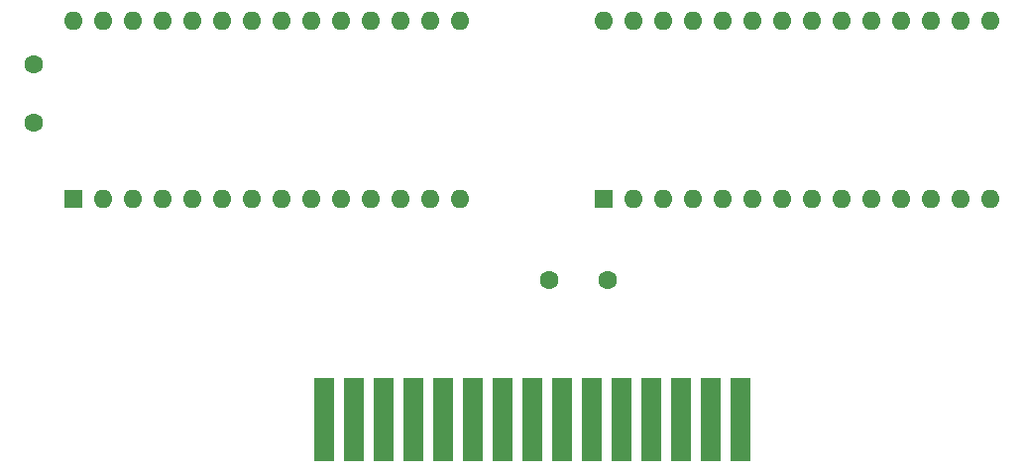
<source format=gbr>
%TF.GenerationSoftware,KiCad,Pcbnew,(5.1.8)-1*%
%TF.CreationDate,2021-01-24T18:09:35+01:00*%
%TF.ProjectId,Alphatronic_PC8_ROM-Modul,416c7068-6174-4726-9f6e-69635f504338,2*%
%TF.SameCoordinates,Original*%
%TF.FileFunction,Soldermask,Top*%
%TF.FilePolarity,Negative*%
%FSLAX46Y46*%
G04 Gerber Fmt 4.6, Leading zero omitted, Abs format (unit mm)*
G04 Created by KiCad (PCBNEW (5.1.8)-1) date 2021-01-24 18:09:35*
%MOMM*%
%LPD*%
G01*
G04 APERTURE LIST*
%ADD10C,1.600000*%
%ADD11R,1.778000X7.112000*%
%ADD12O,1.600000X1.600000*%
%ADD13R,1.600000X1.600000*%
G04 APERTURE END LIST*
D10*
%TO.C,C1*%
X105410000Y-89361000D03*
X105410000Y-94361000D03*
%TD*%
%TO.C,C2*%
X154432000Y-107823000D03*
X149432000Y-107823000D03*
%TD*%
D11*
%TO.C,J1*%
X163195000Y-119761000D03*
X160655000Y-119761000D03*
X158115000Y-119761000D03*
X155575000Y-119761000D03*
X153035000Y-119761000D03*
X150495000Y-119761000D03*
X147955000Y-119761000D03*
X145415000Y-119761000D03*
X137795000Y-119761000D03*
X135255000Y-119761000D03*
X132715000Y-119761000D03*
X130175000Y-119761000D03*
X165735000Y-119761000D03*
X142875000Y-119761000D03*
X140335000Y-119761000D03*
%TD*%
D12*
%TO.C,U1*%
X154076400Y-85648800D03*
X187096400Y-100888800D03*
X156616400Y-85648800D03*
X184556400Y-100888800D03*
X159156400Y-85648800D03*
X182016400Y-100888800D03*
X161696400Y-85648800D03*
X179476400Y-100888800D03*
X164236400Y-85648800D03*
X176936400Y-100888800D03*
X166776400Y-85648800D03*
X174396400Y-100888800D03*
X169316400Y-85648800D03*
X171856400Y-100888800D03*
X171856400Y-85648800D03*
X169316400Y-100888800D03*
X174396400Y-85648800D03*
X166776400Y-100888800D03*
X176936400Y-85648800D03*
X164236400Y-100888800D03*
X179476400Y-85648800D03*
X161696400Y-100888800D03*
X182016400Y-85648800D03*
X159156400Y-100888800D03*
X184556400Y-85648800D03*
X156616400Y-100888800D03*
X187096400Y-85648800D03*
D13*
X154076400Y-100888800D03*
%TD*%
%TO.C,U2*%
X108813600Y-100888800D03*
D12*
X141833600Y-85648800D03*
X111353600Y-100888800D03*
X139293600Y-85648800D03*
X113893600Y-100888800D03*
X136753600Y-85648800D03*
X116433600Y-100888800D03*
X134213600Y-85648800D03*
X118973600Y-100888800D03*
X131673600Y-85648800D03*
X121513600Y-100888800D03*
X129133600Y-85648800D03*
X124053600Y-100888800D03*
X126593600Y-85648800D03*
X126593600Y-100888800D03*
X124053600Y-85648800D03*
X129133600Y-100888800D03*
X121513600Y-85648800D03*
X131673600Y-100888800D03*
X118973600Y-85648800D03*
X134213600Y-100888800D03*
X116433600Y-85648800D03*
X136753600Y-100888800D03*
X113893600Y-85648800D03*
X139293600Y-100888800D03*
X111353600Y-85648800D03*
X141833600Y-100888800D03*
X108813600Y-85648800D03*
%TD*%
M02*

</source>
